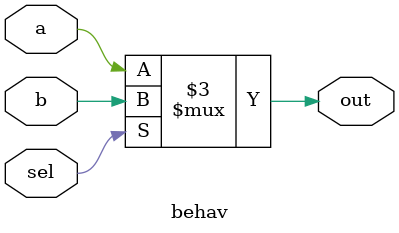
<source format=v>
`timescale 1ns / 1ps


module behav(input a,input b,input sel, output reg out    );
//reg result;
//reg out;
always @ (a or b or sel)// always @ *
begin
if (sel)
  begin
   //result=b;
   out=b;
  end
  else
   begin
  //result=a;
  out=a;
    end
  
end//end always
 
 //assign out=result;



endmodule

</source>
